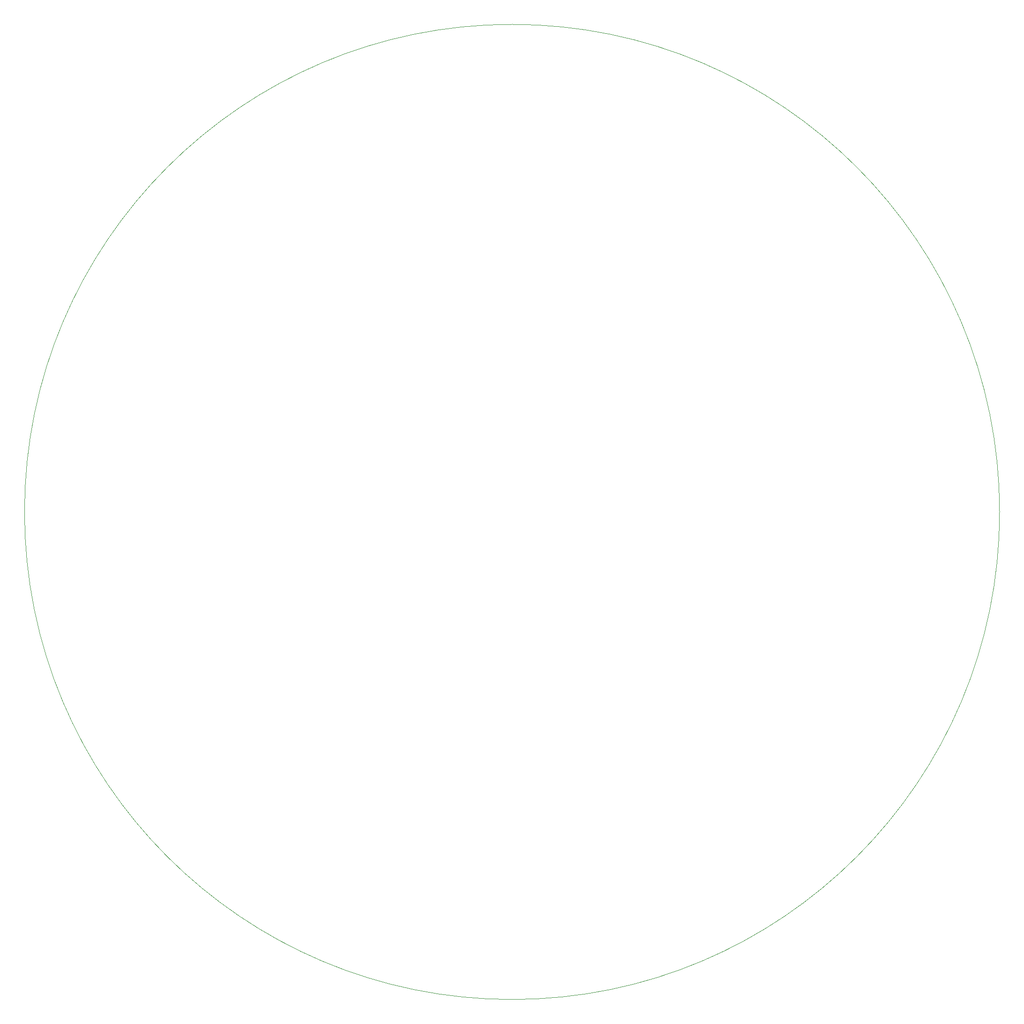
<source format=gbr>
%TF.GenerationSoftware,KiCad,Pcbnew,7.0.11*%
%TF.CreationDate,2025-04-08T01:22:05+09:00*%
%TF.ProjectId,Panel,50616e65-6c2e-46b6-9963-61645f706362,rev?*%
%TF.SameCoordinates,Original*%
%TF.FileFunction,Profile,NP*%
%FSLAX46Y46*%
G04 Gerber Fmt 4.6, Leading zero omitted, Abs format (unit mm)*
G04 Created by KiCad (PCBNEW 7.0.11) date 2025-04-08 01:22:05*
%MOMM*%
%LPD*%
G01*
G04 APERTURE LIST*
%TA.AperFunction,Profile*%
%ADD10C,0.050000*%
%TD*%
G04 APERTURE END LIST*
D10*
X218000000Y-105000000D02*
G75*
G03*
X42000000Y-105000000I-88000000J0D01*
G01*
X42000000Y-105000000D02*
G75*
G03*
X218000000Y-105000000I88000000J0D01*
G01*
M02*

</source>
